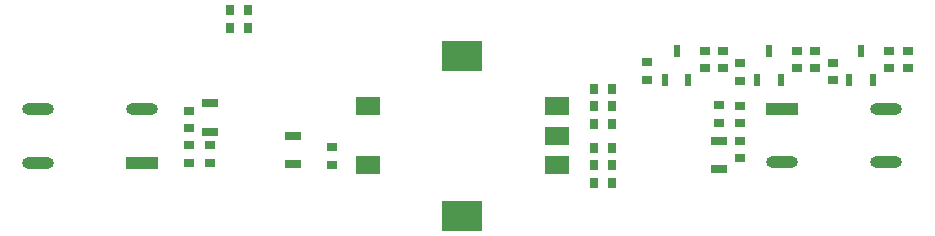
<source format=gtp>
G04*
G04 #@! TF.GenerationSoftware,Altium Limited,Altium Designer,23.10.1 (27)*
G04*
G04 Layer_Color=8421504*
%FSLAX44Y44*%
%MOMM*%
G71*
G04*
G04 #@! TF.SameCoordinates,25226DB3-9521-4D1C-9E54-C7AF66E27BCA*
G04*
G04*
G04 #@! TF.FilePolarity,Positive*
G04*
G01*
G75*
%ADD12R,1.3500X0.6500*%
%ADD13R,0.7000X0.8500*%
%ADD14R,2.0000X1.5000*%
%ADD15R,3.5000X2.5000*%
%ADD16R,0.8500X0.7000*%
%ADD17R,0.6000X1.0000*%
%ADD18O,2.7000X1.0000*%
%ADD19R,2.7000X1.0000*%
D12*
X187452Y-287020D02*
D03*
Y-263020D02*
D03*
X117206Y-235466D02*
D03*
Y-259466D02*
D03*
X548498Y-291092D02*
D03*
Y-267092D02*
D03*
D13*
X134620Y-171450D02*
D03*
X149352Y-156464D02*
D03*
X149620Y-171450D02*
D03*
X134352Y-156464D02*
D03*
X457820Y-223020D02*
D03*
X442820D02*
D03*
Y-302776D02*
D03*
X457820D02*
D03*
Y-272804D02*
D03*
X442820D02*
D03*
X442820Y-238006D02*
D03*
X457820D02*
D03*
X442820Y-287790D02*
D03*
X457820D02*
D03*
X457820Y-253246D02*
D03*
X442820D02*
D03*
D14*
X411000Y-287880D02*
D03*
Y-262880D02*
D03*
Y-237880D02*
D03*
X251000Y-287880D02*
D03*
Y-237880D02*
D03*
D15*
X331000Y-195380D02*
D03*
Y-330380D02*
D03*
D16*
X99680Y-270772D02*
D03*
Y-285772D02*
D03*
X708010Y-190762D02*
D03*
Y-205762D02*
D03*
X99680Y-241562D02*
D03*
Y-256562D02*
D03*
X566532Y-281962D02*
D03*
Y-266962D02*
D03*
X220330Y-287550D02*
D03*
Y-272550D02*
D03*
X548498Y-252106D02*
D03*
Y-237106D02*
D03*
X487284Y-215668D02*
D03*
Y-200668D02*
D03*
X565770Y-216176D02*
D03*
Y-201176D02*
D03*
X644618Y-215762D02*
D03*
Y-200762D02*
D03*
X536306Y-190762D02*
D03*
Y-205762D02*
D03*
X614284Y-190762D02*
D03*
Y-205762D02*
D03*
X692262Y-190762D02*
D03*
Y-205762D02*
D03*
X117206Y-270772D02*
D03*
Y-285772D02*
D03*
X566532Y-252244D02*
D03*
Y-237244D02*
D03*
X551800Y-190762D02*
D03*
Y-205762D02*
D03*
X629905Y-190762D02*
D03*
Y-205762D02*
D03*
D17*
X678800Y-215762D02*
D03*
X668800Y-190762D02*
D03*
X658800Y-215762D02*
D03*
X522430D02*
D03*
X512430Y-190762D02*
D03*
X502430Y-215762D02*
D03*
X600756Y-215762D02*
D03*
X590756Y-190762D02*
D03*
X580756Y-215762D02*
D03*
D18*
X690000Y-240274D02*
D03*
Y-285274D02*
D03*
X602000D02*
D03*
X-28000Y-285486D02*
D03*
Y-240486D02*
D03*
X60000D02*
D03*
D19*
X602000Y-240274D02*
D03*
X60000Y-285486D02*
D03*
M02*

</source>
